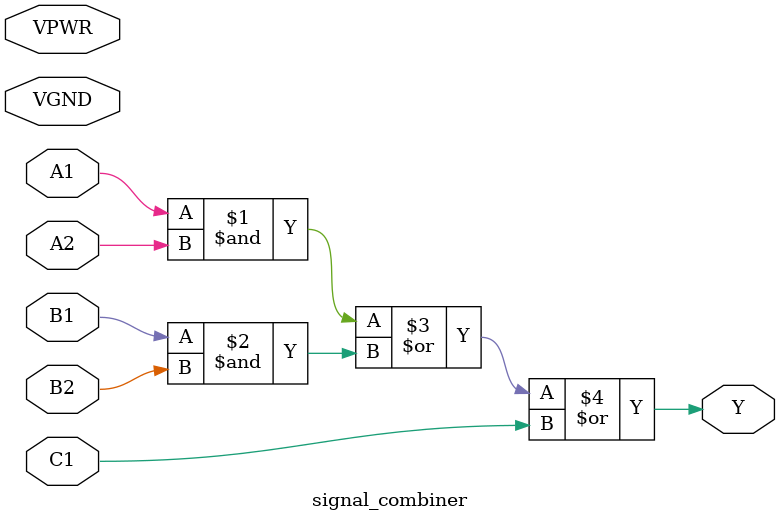
<source format=v>
module signal_combiner (
    input  A1  ,
    input  A2  ,
    input  B1  ,
    input  B2  ,
    input  C1  ,
    output Y   ,
    input  VPWR,
    input  VGND
);

    assign Y = (A1 & A2) | (B1 & B2) | C1;

endmodule
</source>
